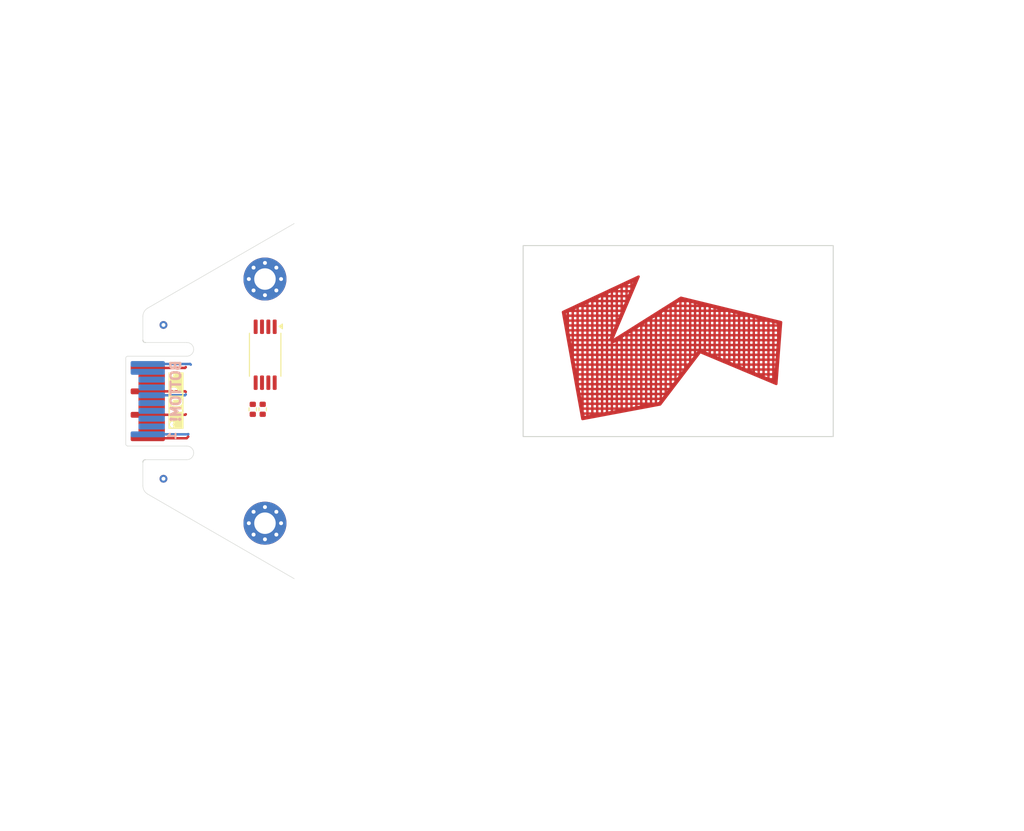
<source format=kicad_pcb>
(kicad_pcb (version 20240108) (generator "pcbnew") (generator_version "8.0")
  (layers (0 "F.Cu" signal) (31 "B.Cu" signal) (34 "B.Paste" user) (35 "F.Paste" user) (36 "B.SilkS" user "B.Silkscreen") (37 "F.SilkS" user "F.Silkscreen") (38 "B.Mask" user) (39 "F.Mask" user) (44 "Edge.Cuts" user))
  (net 0 "")
  (net 1 "GND")
  (net 3 "+3V3")
  (net 4 "/LED_4")
  (net 5 "/LED_1")
  (net 8 "/SDA")
  (net 10 "/SCL")
  (net 11 "/LED_3")
  (net 12 "/LED_2")
  (footprint "tildagon:hexpansion-edge-connector" (layer "F.Cu") (at 98.25 100)
    (property "Reference" "J1" (hide yes))
    (property "Value" "Hexpansion-Connector" (hide yes))
    (fp_line (start 0 4.4) (end 0 -4.4) (stroke (width 0.05)) (layer "Edge.Cuts"))
    (fp_line (start 6.25 -6) (end 2 -6) (stroke (width 0.05)) (layer "Edge.Cuts"))
    (fp_line (start 6.25 -4.6) (end 0.2 -4.6) (stroke (width 0.05)) (layer "Edge.Cuts"))
    (fp_line (start 6.25 4.6) (end 0.2 4.6) (stroke (width 0.05)) (layer "Edge.Cuts"))
    (fp_line (start 6.25 6) (end 2 6) (stroke (width 0.05)) (layer "Edge.Cuts"))
    (fp_arc (start 0 -4.4) (mid 0.058579 -4.541421) (end 0.2 -4.6) (stroke (width 0.05)) (layer "Edge.Cuts"))
    (fp_arc (start 0.2 4.6) (mid 0.058579 4.541421) (end 0 4.4) (stroke (width 0.05)) (layer "Edge.Cuts"))
    (fp_arc (start 6.25 -6) (mid 6.744975 -5.794975) (end 6.95 -5.3) (stroke (width 0.05)) (layer "Edge.Cuts"))
    (fp_arc (start 6.25 4.6) (mid 6.744975 4.805025) (end 6.95 5.3) (stroke (width 0.05)) (layer "Edge.Cuts"))
    (fp_arc (start 6.95 -5.3) (mid 6.744975 -4.805025) (end 6.25 -4.6) (stroke (width 0.05)) (layer "Edge.Cuts"))
    (fp_arc (start 6.95 5.3) (mid 6.744975 5.794975) (end 6.25 6) (stroke (width 0.05)) (layer "Edge.Cuts"))
    (fp_text user "BOTTOM!" (at 5.7 -4.3 90) (layer "B.SilkS") (effects (font (thickness 0.25) (bold yes)) (justify left bottom mirror)))
    (fp_text user "1" (at 5.2 3.05 90) (layer "B.SilkS") (effects (font (size 0.8 0.8) (thickness 0.2) (bold yes)) (justify left bottom mirror)))
    (fp_text user "^ TOP ^" (at 5.8 2.85 90) (layer "F.SilkS" knockout) (effects (font (thickness 0.25) (bold yes)) (justify left bottom)))
    (pad "1" smd roundrect (at 2.25 3.4) (size 3.5 0.6) (layers "B.Cu" "B.Mask") (net 1 "GND"))
    (pad "2" smd roundrect (at 2.65 2.6) (size 2.7 0.6) (layers "B.Cu" "B.Mask"))
    (pad "3" smd roundrect (at 2.65 1.8) (size 2.7 0.6) (layers "B.Cu" "B.Mask") (net 5 "/LED_1"))
    (pad "4" smd roundrect (at 2.65 1) (size 2.7 0.6) (layers "B.Cu" "B.Mask") (net 8 "/SDA"))
    (pad "5" smd roundrect (at 2.65 0.2) (size 2.7 0.6) (layers "B.Cu" "B.Mask") (net 10 "/SCL"))
    (pad "6" smd roundrect (at 2.65 -0.6) (size 2.7 0.6) (layers "B.Cu" "B.Mask") (net 1 "GND"))
    (pad "7" smd roundrect (at 2.65 -1.4) (size 2.7 0.6) (layers "B.Cu" "B.Mask") (net 12 "/LED_2"))
    (pad "8" smd roundrect (at 2.65 -2.2) (size 2.7 0.6) (layers "B.Cu" "B.Mask") (net 11 "/LED_3"))
    (pad "9" smd roundrect (at 2.25 -3) (size 3.5 0.6) (layers "B.Cu" "B.Mask") (net 4 "/LED_4"))
    (pad "10" smd roundrect (at 2.25 -3.8) (size 3.5 0.6) (layers "B.Cu" "B.Mask") (net 1 "GND"))
    (pad "11" smd roundrect (at 2.25 -3.4 180) (size 3.5 0.6) (layers "F.Cu" "F.Mask") (net 1 "GND"))
    (pad "12" smd roundrect (at 2.65 -2.6 180) (size 2.7 0.6) (layers "F.Cu" "F.Mask"))
    (pad "13" smd roundrect (at 2.65 -1.8 180) (size 2.7 0.6) (layers "F.Cu" "F.Mask"))
    (pad "14" smd roundrect (at 2.25 -1 180) (size 3.5 0.6) (layers "F.Cu" "F.Mask") (net 1 "GND"))
    (pad "15" smd roundrect (at 2.65 -0.2 180) (size 2.7 0.6) (layers "F.Cu" "F.Mask") (net 3 "+3V3"))
    (pad "16" smd roundrect (at 2.65 0.6 180) (size 2.7 0.6) (layers "F.Cu" "F.Mask") (net 3 "+3V3"))
    (pad "17" smd roundrect (at 2.25 1.4 180) (size 3.5 0.6) (layers "F.Cu" "F.Mask") (net 1 "GND"))
    (pad "18" smd roundrect (at 2.65 2.2 180) (size 2.7 0.6) (layers "F.Cu" "F.Mask"))
    (pad "19" smd roundrect (at 2.65 3 180) (size 2.7 0.6) (layers "F.Cu" "F.Mask"))
    (pad "20" smd roundrect (at 2.25 3.8 180) (size 3.5 0.6) (layers "F.Cu" "F.Mask") (net 1 "GND"))
  )
  (footprint "Resistor_SMD:R_0402_1005Metric" (layer "F.Cu") (at 112.268 100.836 90)
    (property "Reference" "R2" (hide yes))
    (property "Value" "4k7")
    (fp_line (start -0.153641 -0.38) (end 0.153641 -0.38) (stroke (width 0.12)) (layer "F.SilkS"))
    (fp_line (start -0.153641 0.38) (end 0.153641 0.38) (stroke (width 0.12)) (layer "F.SilkS"))
    (pad "1" smd roundrect (at -0.51 0 90) (size 0.54 0.64) (layers "F.Cu" "F.Paste" "F.Mask") (net 3 "+3V3"))
    (pad "2" smd roundrect (at 0.51 0 90) (size 0.54 0.64) (layers "F.Cu" "F.Paste" "F.Mask") (net 10 "/SCL"))
  )
  (footprint "Package_SO:TSSOP-8_4.4x3mm_P0.65mm" (layer "F.Cu") (at 112.522 95.25 -90)
    (property "Reference" "U1" (hide yes))
    (property "Value" "ZD24C64A")
    (fp_line (start 0 1.61) (end -2.2 1.61) (stroke (width 0.12)) (layer "F.SilkS"))
    (fp_line (start 0 1.61) (end 2.2 1.61) (stroke (width 0.12)) (layer "F.SilkS"))
    (fp_line (start 0 -1.61) (end -2.2 -1.61) (stroke (width 0.12)) (layer "F.SilkS"))
    (fp_line (start 0 -1.61) (end 2.2 -1.61) (stroke (width 0.12)) (layer "F.SilkS"))
    (fp_poly (pts (xy -2.9 -1.435) (xy -3.14 -1.765) (xy -2.66 -1.765) (xy -2.9 -1.435)) (stroke (width 0.12)) (fill solid) (layer "F.SilkS"))
    (pad "1" smd roundrect (at -2.8625 -0.975 270) (size 1.475 0.4) (layers "F.Cu" "F.Paste" "F.Mask") (net 3 "+3V3"))
    (pad "2" smd roundrect (at -2.8625 -0.325 270) (size 1.475 0.4) (layers "F.Cu" "F.Paste" "F.Mask") (net 3 "+3V3"))
    (pad "3" smd roundrect (at -2.8625 0.325 270) (size 1.475 0.4) (layers "F.Cu" "F.Paste" "F.Mask") (net 3 "+3V3"))
    (pad "4" smd roundrect (at -2.8625 0.975 270) (size 1.475 0.4) (layers "F.Cu" "F.Paste" "F.Mask") (net 1 "GND"))
    (pad "5" smd roundrect (at 2.8625 0.975 270) (size 1.475 0.4) (layers "F.Cu" "F.Paste" "F.Mask") (net 8 "/SDA"))
    (pad "6" smd roundrect (at 2.8625 0.325 270) (size 1.475 0.4) (layers "F.Cu" "F.Paste" "F.Mask") (net 10 "/SCL"))
    (pad "7" smd roundrect (at 2.8625 -0.325 270) (size 1.475 0.4) (layers "F.Cu" "F.Paste" "F.Mask") (net 1 "GND"))
    (pad "8" smd roundrect (at 2.8625 -0.975 270) (size 1.475 0.4) (layers "F.Cu" "F.Paste" "F.Mask") (net 3 "+3V3"))
  )
  (footprint "MountingHole:MountingHole_2.2mm_M2_Pad_Via" (layer "F.Cu") (at 112.5 87.5)
    (property "Reference" "H2" (hide yes))
    (property "Value" "MountingHole_Pad")
    (pad "1" thru_hole circle (at -1.65 0) (size 0.7 0.7) (drill 0.4) (layers "*.Cu" "*.Mask") (net 1 "GND"))
    (pad "1" thru_hole circle (at -1.166726 -1.166726) (size 0.7 0.7) (drill 0.4) (layers "*.Cu" "*.Mask") (net 1 "GND"))
    (pad "1" thru_hole circle (at -1.166726 1.166726) (size 0.7 0.7) (drill 0.4) (layers "*.Cu" "*.Mask") (net 1 "GND"))
    (pad "1" thru_hole circle (at 0 -1.65) (size 0.7 0.7) (drill 0.4) (layers "*.Cu" "*.Mask") (net 1 "GND"))
    (pad "1" thru_hole circle (at 0 0) (size 4.4 4.4) (drill 2.2) (layers "*.Cu" "*.Mask") (net 1 "GND"))
    (pad "1" thru_hole circle (at 0 1.65) (size 0.7 0.7) (drill 0.4) (layers "*.Cu" "*.Mask") (net 1 "GND"))
    (pad "1" thru_hole circle (at 1.166726 -1.166726) (size 0.7 0.7) (drill 0.4) (layers "*.Cu" "*.Mask") (net 1 "GND"))
    (pad "1" thru_hole circle (at 1.166726 1.166726) (size 0.7 0.7) (drill 0.4) (layers "*.Cu" "*.Mask") (net 1 "GND"))
    (pad "1" thru_hole circle (at 1.65 0) (size 0.7 0.7) (drill 0.4) (layers "*.Cu" "*.Mask") (net 1 "GND"))
  )
  (footprint "Resistor_SMD:R_0402_1005Metric" (layer "F.Cu") (at 111.252 100.84 90)
    (property "Reference" "R1" (hide yes))
    (property "Value" "4k7")
    (fp_line (start -0.153641 -0.38) (end 0.153641 -0.38) (stroke (width 0.12)) (layer "F.SilkS"))
    (fp_line (start -0.153641 0.38) (end 0.153641 0.38) (stroke (width 0.12)) (layer "F.SilkS"))
    (pad "1" smd roundrect (at -0.51 0 90) (size 0.54 0.64) (layers "F.Cu" "F.Paste" "F.Mask") (net 3 "+3V3"))
    (pad "2" smd roundrect (at 0.51 0 90) (size 0.54 0.64) (layers "F.Cu" "F.Paste" "F.Mask") (net 8 "/SDA"))
  )
  (footprint "MountingHole:MountingHole_2.2mm_M2_Pad_Via" (layer "F.Cu") (at 112.5 112.5)
    (property "Reference" "H1" (hide yes))
    (property "Value" "MountingHole_Pad")
    (pad "1" thru_hole circle (at -1.65 0) (size 0.7 0.7) (drill 0.4) (layers "*.Cu" "*.Mask") (net 1 "GND"))
    (pad "1" thru_hole circle (at -1.166726 -1.166726) (size 0.7 0.7) (drill 0.4) (layers "*.Cu" "*.Mask") (net 1 "GND"))
    (pad "1" thru_hole circle (at -1.166726 1.166726) (size 0.7 0.7) (drill 0.4) (layers "*.Cu" "*.Mask") (net 1 "GND"))
    (pad "1" thru_hole circle (at 0 -1.65) (size 0.7 0.7) (drill 0.4) (layers "*.Cu" "*.Mask") (net 1 "GND"))
    (pad "1" thru_hole circle (at 0 0) (size 4.4 4.4) (drill 2.2) (layers "*.Cu" "*.Mask") (net 1 "GND"))
    (pad "1" thru_hole circle (at 0 1.65) (size 0.7 0.7) (drill 0.4) (layers "*.Cu" "*.Mask") (net 1 "GND"))
    (pad "1" thru_hole circle (at 1.166726 -1.166726) (size 0.7 0.7) (drill 0.4) (layers "*.Cu" "*.Mask") (net 1 "GND"))
    (pad "1" thru_hole circle (at 1.166726 1.166726) (size 0.7 0.7) (drill 0.4) (layers "*.Cu" "*.Mask") (net 1 "GND"))
    (pad "1" thru_hole circle (at 1.65 0) (size 0.7 0.7) (drill 0.4) (layers "*.Cu" "*.Mask") (net 1 "GND"))
  )
  (gr_line (start 100.5 90.473725) (end 115.499995 81.813472) (stroke (width 0.05)) (layer "Edge.Cuts"))
  (gr_arc (start 100.25 94) (mid 100.073223 93.926777) (end 100 93.75) (stroke (width 0.1)) (layer "Edge.Cuts"))
  (gr_rect (start 138.938 84.074) (end 170.688 103.632) (stroke (width 0.1)) (fill none) (layer "Edge.Cuts"))
  (gr_line (start 100.5 109.526269) (end 115.499995 118.186522) (stroke (width 0.05)) (layer "Edge.Cuts"))
  (gr_line (start 100 93.75) (end 100 91.33975) (stroke (width 0.05)) (layer "Edge.Cuts"))
  (gr_arc (start 100 91.33975) (mid 100.133975 90.83975) (end 100.5 90.473725) (stroke (width 0.05)) (layer "Edge.Cuts"))
  (gr_line (start 100 106.25) (end 100 108.660243) (stroke (width 0.05)) (layer "Edge.Cuts"))
  (gr_arc (start 100 106.25) (mid 100.073223 106.073223) (end 100.25 106) (stroke (width 0.1)) (layer "Edge.Cuts"))
  (gr_arc (start 100.5 109.526269) (mid 100.133975 109.160243) (end 100 108.660243) (stroke (width 0.05)) (layer "Edge.Cuts"))
  (segment (start 100.5 96.6) (end 104.314 96.6) (width 0.254) (layer "F.Cu") (net 1))
  (segment (start 104.314 96.6) (end 104.394 96.52) (width 0.254) (layer "F.Cu") (net 1))
  (segment (start 104.48 103.8) (end 104.648 103.632) (width 0.254) (layer "F.Cu") (net 1))
  (segment (start 100.5 103.8) (end 104.48 103.8) (width 0.254) (layer "F.Cu") (net 1))
  (segment (start 104.34 101.4) (end 104.394 101.346) (width 0.254) (layer "F.Cu") (net 1))
  (segment (start 104.334 99) (end 104.394 99.06) (width 0.254) (layer "F.Cu") (net 1))
  (segment (start 100.5 101.4) (end 104.34 101.4) (width 0.254) (layer "F.Cu") (net 1))
  (segment (start 100.5 99) (end 104.334 99) (width 0.254) (layer "F.Cu") (net 1))
  (via (at 102.108 107.95) (size 0.8) (drill 0.4) (layers "F.Cu" "B.Cu") (net 1))
  (via (at 102.108 92.202) (size 0.8) (drill 0.4) (layers "F.Cu" "B.Cu") (net 1))
  (segment (start 104.648 103.378) (end 104.626 103.4) (width 0.254) (layer "B.Cu") (net 1))
  (segment (start 100.5 96.2) (end 104.836 96.2) (width 0.254) (layer "B.Cu") (net 1))
  (segment (start 104.308 99.4) (end 104.394 99.314) (width 0.254) (layer "B.Cu") (net 1))
  (segment (start 100.9 99.4) (end 104.308 99.4) (width 0.254) (layer "B.Cu") (net 1))
  (segment (start 102.108 107.95) (end 102.362 107.95) (width 0.254) (layer "B.Cu") (net 1))
  (segment (start 100.5 103.4) (end 104.626 103.4) (width 0.254) (layer "B.Cu") (net 1))
  (segment (start 104.836 96.2) (end 104.902 96.266) (width 0.254) (layer "B.Cu") (net 1))
  (segment (start 100.9 99.8) (end 100.9 100.6) (width 0.254) (layer "F.Cu") (net 3))
  (zone (net 0) (net_name "") (layer "F.Cu") (connect_pads (clearance 0)) (min_thickness 0.25) (fill yes (mode hatch) (thermal_gap 0.5) (thermal_bridge_width 0.5) (island_removal_mode 1) (island_area_min 10) (hatch_thickness 0.25) (hatch_gap 0.25) (hatch_orientation 0) (hatch_border_algorithm hatch_thickness) (hatch_min_hole_area 0.3))
    (polygon (pts (xy 164.973 98.425) (xy 157.099 95.123) (xy 153.035 100.457) (xy 144.907 101.981) (xy 142.875 90.805) (xy 151.003 86.995) (xy 148.209 93.599) (xy 155.067 89.281) (xy 165.481 91.821)))
  )
  (zone (net 0) (net_name "") (layers "F&B.Cu") (connect_pads (clearance 0)) (min_thickness 0.25)
    (keepout (tracks allowed) (vias allowed) (pads allowed) (copperpour not_allowed) (footprints allowed))
    (fill (thermal_gap 0.5) (thermal_bridge_width 0.5))
    (polygon (pts (xy 98.25 95.01) (xy 104.2 95.01) (xy 104.27 105.08) (xy 98.25 105.1)))
  )
)
</source>
